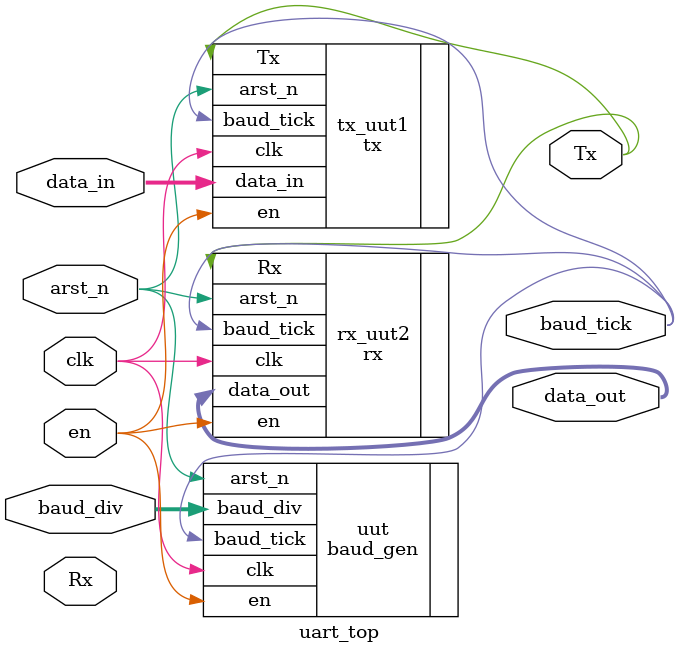
<source format=v>
`include "baud_gen.v"
`include "Tx_updated.v"
`include "Rx3.v"

module uart_top (clk,arst_n,en,baud_div,Rx,data_in,baud_tick,data_out,Tx);
    input wire clk;          
    input wire arst_n;        
    input wire en;            
    input wire [31:0] baud_div; 
    input wire  Rx;           
    input wire [7:0] data_in; 
    output wire baud_tick; 
    output wire [7:0] data_out; 
    output wire Tx;     


    // Instantiate baud rate generator
    baud_gen uut (
        .clk(clk),
        .arst_n(arst_n),
        .en(en),
        .baud_div(baud_div),
        .baud_tick(baud_tick)
    );


//TX
    tx tx_uut1 (
        .clk(clk),
        .arst_n(arst_n),
        .en(en),
        .baud_tick(baud_tick),
        .data_in(data_in),
        .Tx(Tx)
    );


//RX
    rx rx_uut2 (
        .clk(clk),
        .arst_n(arst_n),
        .en(en),
        .baud_tick(baud_tick),
        .Rx(Tx),             
        .data_out(data_out)
    );


endmodule

</source>
